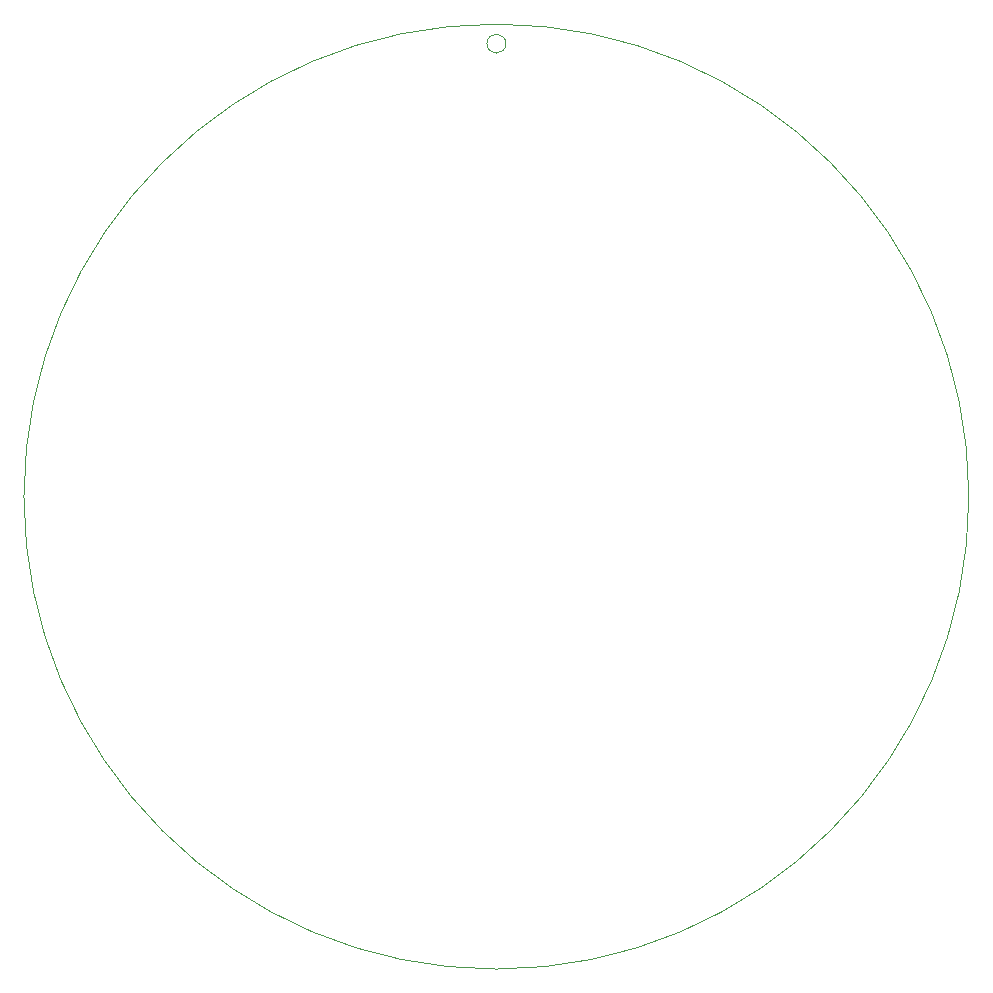
<source format=gm1>
G04 #@! TF.GenerationSoftware,KiCad,Pcbnew,(5.1.5)-3*
G04 #@! TF.CreationDate,2020-02-24T13:55:18+01:00*
G04 #@! TF.ProjectId,Badge,42616467-652e-46b6-9963-61645f706362,rev?*
G04 #@! TF.SameCoordinates,PX3473bc0PY3567e00*
G04 #@! TF.FileFunction,Profile,NP*
%FSLAX46Y46*%
G04 Gerber Fmt 4.6, Leading zero omitted, Abs format (unit mm)*
G04 Created by KiCad (PCBNEW (5.1.5)-3) date 2020-02-24 13:55:18*
%MOMM*%
%LPD*%
G04 APERTURE LIST*
%ADD10C,0.050000*%
G04 APERTURE END LIST*
D10*
X800000Y38350000D02*
G75*
G03X800000Y38350000I-800000J0D01*
G01*
X40000000Y0D02*
G75*
G03X40000000Y0I-40000000J0D01*
G01*
M02*

</source>
